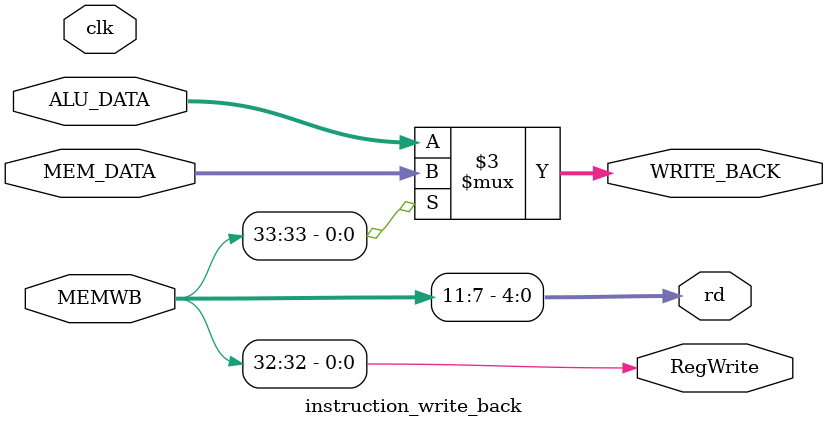
<source format=v>
module instruction_write_back (
	//input
	input clk,
	input [33:0] MEMWB,
	input [31:0] MEM_DATA,
	input [31:0] ALU_DATA,
	
	output reg [31:0] WRITE_BACK,
	//output reg RegWrite,
	output RegWrite,
	//output
	output [4:0] rd
);
assign RegWrite = MEMWB[32];
assign rd = MEMWB[11:7];

// choose the write back from ALU or MEMORY
always @(*) begin
	if (MEMWB[33]) begin
		WRITE_BACK = MEM_DATA;
	end
	else begin
		WRITE_BACK = ALU_DATA;
	end
end


endmodule
</source>
